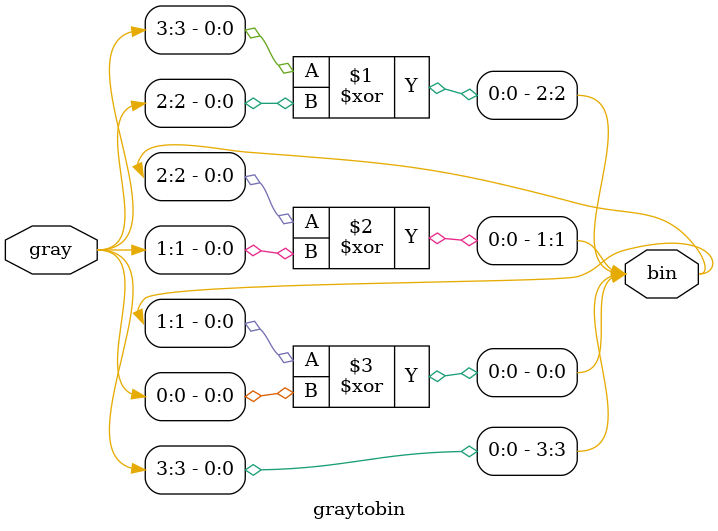
<source format=v>
module graytobin (
    input wire[3:0] gray,
    output wire[3:0] bin
);

assign bin[3] = gray[3];
assign bin[2] = bin[3] ^ gray[2]; 
assign bin[1] = bin[2] ^ gray[1]; 
assign bin[0] = bin[1] ^ gray[0]; 
    
endmodule
</source>
